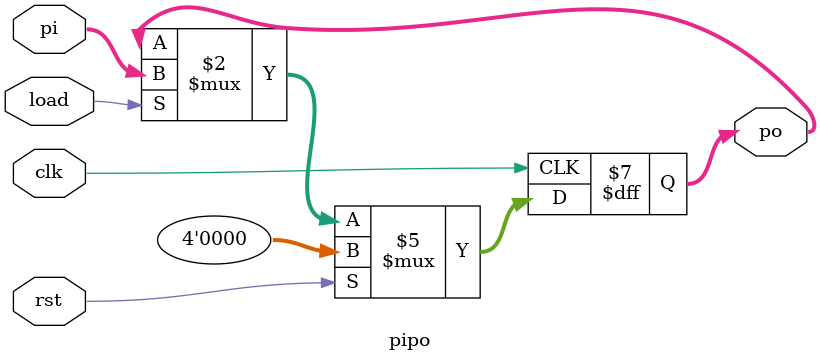
<source format=v>
module pipo(
input rst,load,clk,
input[3:0]pi,
output reg [3:0]po
);
always @ (posedge clk)begin
	if(rst)
		po<=4'b0000;
	else if(load)
		po<=pi;
		
	end
	endmodule
			

</source>
